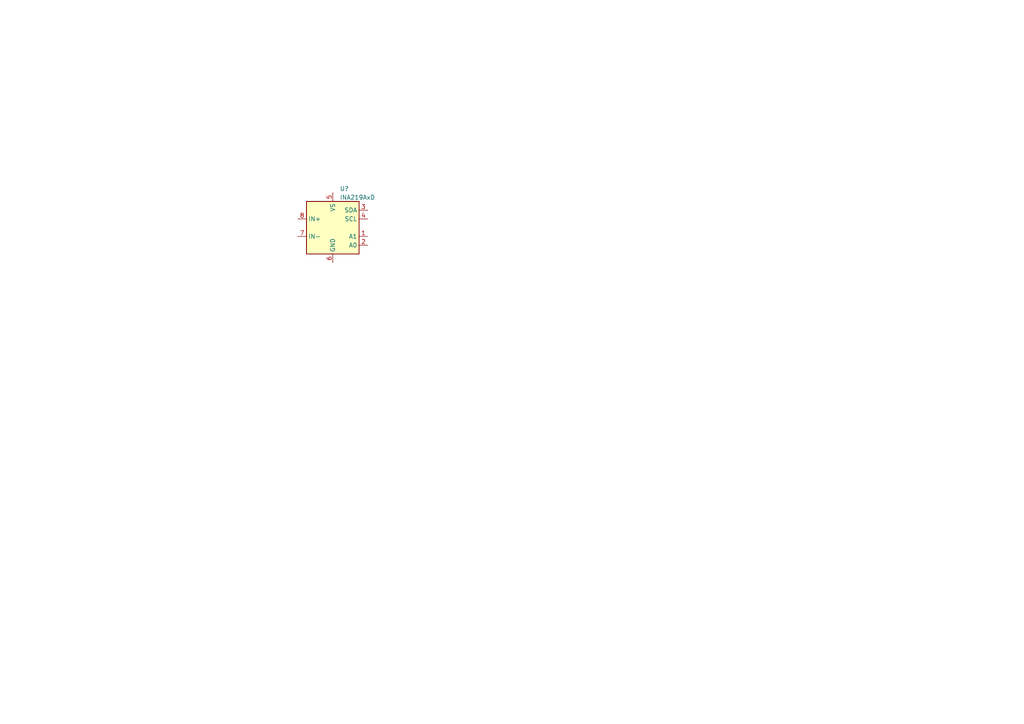
<source format=kicad_sch>
(kicad_sch (version 20211123) (generator eeschema)
  (paper "A4")
  (title_block (title "CanSat 2023"))
  (lib_symbols
    (symbol "Analog_ADC:INA219AxD"
      (property "Reference" "U" (at -6.35 8.89 0))
      (property "Value" "INA219AxD" (at 5.08 8.89 0))
      (symbol "INA219AxD_0_1"
        (rectangle (start -7.62 7.62) (end 7.62 -7.62) (stroke (width 0.254)) (fill (type background)))
      )
      (symbol "INA219AxD_1_1"
        (pin input line (at 10.16 -2.54 180) (length 2.54) (name "A1") (number "1"))
        (pin input line (at 10.16 -5.08 180) (length 2.54) (name "A0") (number "2"))
        (pin bidirectional line (at 10.16 5.08 180) (length 2.54) (name "SDA") (number "3"))
        (pin input line (at 10.16 2.54 180) (length 2.54) (name "SCL") (number "4"))
        (pin power_in line (at 0 10.16 270) (length 2.54) (name "VS") (number "5"))
        (pin power_in line (at 0 -10.16 90) (length 2.54) (name "GND") (number "6"))
        (pin input line (at -10.16 -2.54 0) (length 2.54) (name "IN-") (number "7"))
        (pin input line (at -10.16 2.54 0) (length 2.54) (name "IN+") (number "8"))
      )
    )
  )
  (symbol (lib_id "Analog_ADC:INA219AxD") (at 96.52 66.04 0) (unit 1)
    (property "Reference" "U?" (at 98.5394 54.7202 0) (effects (justify left)))
    (property "Value" "INA219AxD" (at 98.5394 57.2571 0) (effects (justify left)))
    (property "Footprint" "Package_SO:SOIC-8_3.9x4.9mm_P1.27mm" (effects hide))
    (property "Datasheet" "http://www.ti.com/lit/ds/symlink/ina219.pdf" (effects hide))
  )
)
</source>
